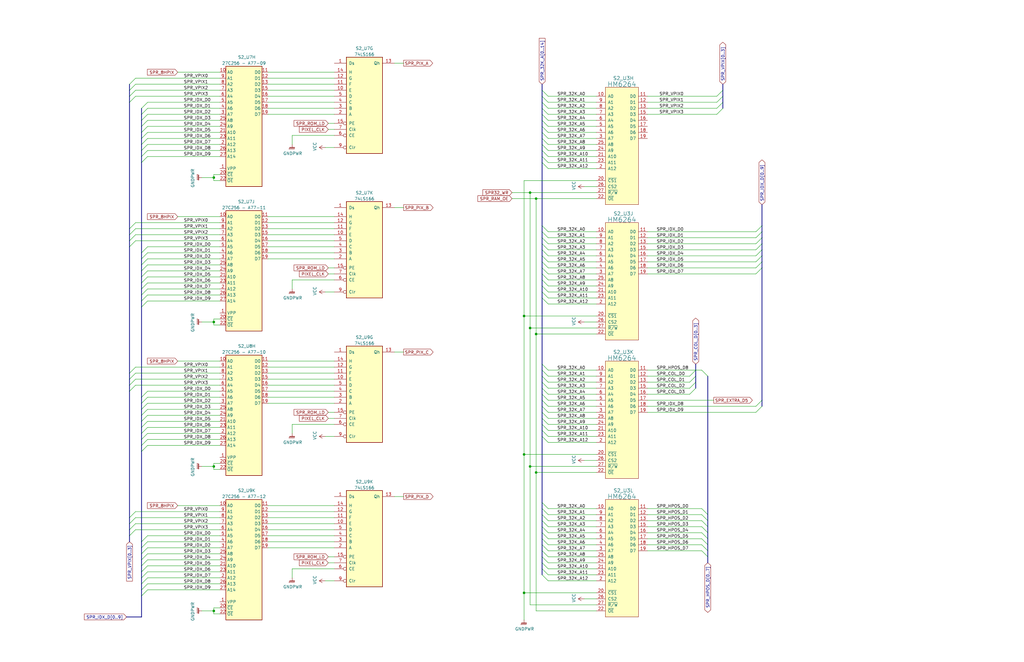
<source format=kicad_sch>
(kicad_sch (version 20211123) (generator eeschema)
  (paper "B")
  (title_block (title "Slapfight Arcade PCB") (company "Schematics created by Neil Ward & Anton Gale"))
  (lib_symbols
    (symbol "27C256_1"
      (property "Reference" "U8N" (at 2.0194 29.0998 0))
      (property "Value" "27C256_1" (at 2.0194 26.5629 0))
      (symbol "27C256_1_1_1"
        (rectangle (start -7.62 25.4) (end 7.62 -25.4) (stroke (width 0.254)) (fill (type background)))
        (pin input line (at -10.16 -17.78 0) (length 2.54) (name "VPP") (number "1"))
        (pin input line (at -10.16 22.86 0) (length 2.54) (name "A0") (number "10"))
        (pin tri_state line (at 10.16 22.86 180) (length 2.54) (name "D0") (number "11"))
        (pin tri_state line (at 10.16 20.32 180) (length 2.54) (name "D1") (number "12"))
        (pin tri_state line (at 10.16 17.78 180) (length 2.54) (name "D2") (number "13"))
        (pin power_in line (at 0 -27.94 90) (length 2.54) hide (name "GND") (number "14"))
        (pin tri_state line (at 10.16 15.24 180) (length 2.54) (name "D3") (number "15"))
        (pin tri_state line (at 10.16 12.7 180) (length 2.54) (name "D4") (number "16"))
        (pin tri_state line (at 10.16 10.16 180) (length 2.54) (name "D5") (number "17"))
        (pin tri_state line (at 10.16 7.62 180) (length 2.54) (name "D6") (number "18"))
        (pin tri_state line (at 10.16 5.08 180) (length 2.54) (name "D7") (number "19"))
        (pin input line (at -10.16 -7.62 0) (length 2.54) (name "A12") (number "2"))
        (pin input line (at -10.16 -20.32 0) (length 2.54) (name "~{CE}") (number "20"))
        (pin input line (at -10.16 -2.54 0) (length 2.54) (name "A10") (number "21"))
        (pin input line (at -10.16 -22.86 0) (length 2.54) (name "~{OE}") (number "22"))
        (pin input line (at -10.16 -5.08 0) (length 2.54) (name "A11") (number "23"))
        (pin input line (at -10.16 0 0) (length 2.54) (name "A9") (number "24"))
        (pin input line (at -10.16 2.54 0) (length 2.54) (name "A8") (number "25"))
        (pin input line (at -10.16 -10.16 0) (length 2.54) (name "A13") (number "26"))
        (pin input line (at -10.16 -12.7 0) (length 2.54) (name "A14") (number "27"))
        (pin power_in line (at 0 27.94 270) (length 2.54) hide (name "VCC") (number "28"))
        (pin input line (at -10.16 5.08 0) (length 2.54) (name "A7") (number "3"))
        (pin input line (at -10.16 7.62 0) (length 2.54) (name "A6") (number "4"))
        (pin input line (at -10.16 10.16 0) (length 2.54) (name "A5") (number "5"))
        (pin input line (at -10.16 12.7 0) (length 2.54) (name "A4") (number "6"))
        (pin input line (at -10.16 15.24 0) (length 2.54) (name "A3") (number "7"))
        (pin input line (at -10.16 17.78 0) (length 2.54) (name "A2") (number "8"))
        (pin input line (at -10.16 20.32 0) (length 2.54) (name "A1") (number "9"))
      )
    )
    (symbol "6264SL_1" (pin_names (offset 1.016))
      (property "Reference" "S2_U3J" (at 7.62 3.81 0))
      (property "Value" "6264SL_1" (at 6.985 1.27 0))
      (symbol "6264SL_1_0_0"
        (rectangle (start 0 0) (end 13.97 -49.53) (fill (type background)))
      )
      (symbol "6264SL_1_1_1"
        (pin input line (at -3.81 -3.81 0) (length 3.81) (name "A0") (number "10"))
        (pin input line (at 17.78 -3.81 180) (length 3.81) (name "D0") (number "11"))
        (pin input line (at 17.78 -6.35 180) (length 3.81) (name "D1") (number "12"))
        (pin input line (at 17.78 -8.89 180) (length 3.81) (name "D2") (number "13"))
        (pin input line (at 17.78 -11.43 180) (length 3.81) (name "D3") (number "15"))
        (pin input line (at 17.78 -13.97 180) (length 3.81) (name "D4") (number "16"))
        (pin input line (at 17.78 -16.51 180) (length 3.81) (name "D5") (number "17"))
        (pin input line (at 17.78 -19.05 180) (length 3.81) (name "D6") (number "18"))
        (pin input line (at 17.78 -21.59 180) (length 3.81) (name "D7") (number "19"))
        (pin input line (at -3.81 -34.29 0) (length 3.81) (name "A12") (number "2"))
        (pin input line (at -3.81 -39.37 0) (length 3.81) (name "~{CS1}") (number "20"))
        (pin input line (at -3.81 -29.21 0) (length 3.81) (name "A10") (number "21"))
        (pin input line (at -3.81 -46.99 0) (length 3.81) (name "~{OE}") (number "22"))
        (pin input line (at -3.81 -31.75 0) (length 3.81) (name "A11") (number "23"))
        (pin input line (at -3.81 -26.67 0) (length 3.81) (name "A9") (number "24"))
        (pin input line (at -3.81 -24.13 0) (length 3.81) (name "A8") (number "25"))
        (pin input line (at -3.81 -41.91 0) (length 3.81) (name "CS2") (number "26"))
        (pin input line (at -3.81 -44.45 0) (length 3.81) (name "~{R/W}") (number "27"))
        (pin input line (at -3.81 -21.59 0) (length 3.81) (name "A7") (number "3"))
        (pin input line (at -3.81 -19.05 0) (length 3.81) (name "A6") (number "4"))
        (pin input line (at -3.81 -16.51 0) (length 3.81) (name "A5") (number "5"))
        (pin input line (at -3.81 -13.97 0) (length 3.81) (name "A4") (number "6"))
        (pin input line (at -3.81 -11.43 0) (length 3.81) (name "A3") (number "7"))
        (pin input line (at -3.81 -8.89 0) (length 3.81) (name "A2") (number "8"))
        (pin input line (at -3.81 -6.35 0) (length 3.81) (name "A1") (number "9"))
      )
    )
    (symbol "fujitsu:6264SL" (pin_names (offset 1.016))
      (property "Reference" "U?" (at 6.35 5.08 0))
      (property "Value" "HM6264" (at 1.27 1.27 0))
      (symbol "6264SL_0_0"
        (rectangle (start 0 0) (end 13.97 -49.53) (fill (type background)))
      )
      (symbol "6264SL_1_1"
        (pin input line (at -3.81 -3.81 0) (length 3.81) (name "A0") (number "10"))
        (pin input line (at 17.78 -3.81 180) (length 3.81) (name "D0") (number "11"))
        (pin input line (at 17.78 -6.35 180) (length 3.81) (name "D1") (number "12"))
        (pin input line (at 17.78 -8.89 180) (length 3.81) (name "D2") (number "13"))
        (pin input line (at 17.78 -11.43 180) (length 3.81) (name "D3") (number "15"))
        (pin input line (at 17.78 -13.97 180) (length 3.81) (name "D4") (number "16"))
        (pin input line (at 17.78 -16.51 180) (length 3.81) (name "D5") (number "17"))
        (pin input line (at 17.78 -19.05 180) (length 3.81) (name "D6") (number "18"))
        (pin input line (at 17.78 -21.59 180) (length 3.81) (name "D7") (number "19"))
        (pin input line (at -3.81 -34.29 0) (length 3.81) (name "A12") (number "2"))
        (pin input line (at -3.81 -39.37 0) (length 3.81) (name "~{CS1}") (number "20"))
        (pin input line (at -3.81 -29.21 0) (length 3.81) (name "A10") (number "21"))
        (pin input line (at -3.81 -46.99 0) (length 3.81) (name "~{OE}") (number "22"))
        (pin input line (at -3.81 -31.75 0) (length 3.81) (name "A11") (number "23"))
        (pin input line (at -3.81 -26.67 0) (length 3.81) (name "A9") (number "24"))
        (pin input line (at -3.81 -24.13 0) (length 3.81) (name "A8") (number "25"))
        (pin input line (at -3.81 -41.91 0) (length 3.81) (name "CS2") (number "26"))
        (pin input line (at -3.81 -44.45 0) (length 3.81) (name "~{R/W}") (number "27"))
        (pin input line (at -3.81 -21.59 0) (length 3.81) (name "A7") (number "3"))
        (pin input line (at -3.81 -19.05 0) (length 3.81) (name "A6") (number "4"))
        (pin input line (at -3.81 -16.51 0) (length 3.81) (name "A5") (number "5"))
        (pin input line (at -3.81 -13.97 0) (length 3.81) (name "A4") (number "6"))
        (pin input line (at -3.81 -11.43 0) (length 3.81) (name "A3") (number "7"))
        (pin input line (at -3.81 -8.89 0) (length 3.81) (name "A2") (number "8"))
        (pin input line (at -3.81 -6.35 0) (length 3.81) (name "A1") (number "9"))
      )
    )
    (symbol "jt74:74LS166" (pin_names (offset 1.016))
      (property "Reference" "S2_U7G" (at 0 24.0198 0))
      (property "Value" "74LS166" (at 0 21.4829 0))
      (symbol "74LS166_1_0"
        (pin input line (at -12.7 17.78 0) (length 5.08) (name "Ds") (number "1"))
        (pin input line (at -12.7 6.35 0) (length 5.08) (name "E") (number "10"))
        (pin input line (at -12.7 8.89 0) (length 5.08) (name "F") (number "11"))
        (pin input line (at -12.7 11.43 0) (length 5.08) (name "G") (number "12"))
        (pin output line (at 12.7 17.78 180) (length 5.08) (name "Qh") (number "13"))
        (pin input line (at -12.7 13.97 0) (length 5.08) (name "H") (number "14"))
        (pin input inverted (at -12.7 -7.62 0) (length 5.08) (name "PE") (number "15"))
        (pin power_in line (at 0 20.32 270) (length 5.08) hide (name "VCC") (number "16"))
        (pin input line (at -12.7 -3.81 0) (length 5.08) (name "A") (number "2"))
        (pin input line (at -12.7 -1.27 0) (length 5.08) (name "B") (number "3"))
        (pin input line (at -12.7 1.27 0) (length 5.08) (name "C") (number "4"))
        (pin input line (at -12.7 3.81 0) (length 5.08) (name "D") (number "5"))
        (pin input inverted (at -12.7 -12.7 0) (length 5.08) (name "CE") (number "6"))
        (pin input line (at -12.7 -10.16 0) (length 5.08) (name "Clk") (number "7"))
        (pin power_in line (at 0 -20.32 90) (length 5.08) hide (name "VSS") (number "8"))
        (pin input inverted (at -12.7 -17.78 0) (length 5.08) (name "Clr") (number "9"))
      )
      (symbol "74LS166_1_1"
        (rectangle (start -7.62 20.32) (end 7.62 -20.32) (stroke (width 0.254)) (fill (type background)))
      )
    )
    (symbol "power:GNDPWR" (power) (pin_names (offset 0))
      (property "Value" "GNDPWR" (at 0 -3.302 0))
      (symbol "GNDPWR_0_1"
        (polyline (pts (xy 0 -1.27) (xy 0 0)))
        (polyline (pts (xy -1.016 -1.27) (xy -1.27 -2.032) (xy -1.27 -2.032)) (stroke (width 0.2032)))
        (polyline (pts (xy -0.508 -1.27) (xy -0.762 -2.032) (xy -0.762 -2.032)) (stroke (width 0.2032)))
        (polyline (pts (xy 0 -1.27) (xy -0.254 -2.032) (xy -0.254 -2.032)) (stroke (width 0.2032)))
        (polyline (pts (xy 0.508 -1.27) (xy 0.254 -2.032) (xy 0.254 -2.032)) (stroke (width 0.2032)))
        (polyline (pts (xy 1.016 -1.27) (xy -1.016 -1.27) (xy -1.016 -1.27)) (stroke (width 0.2032)))
        (polyline (pts (xy 1.016 -1.27) (xy 0.762 -2.032) (xy 0.762 -2.032) (xy 0.762 -2.032)) (stroke (width 0.2032)))
      )
      (symbol "GNDPWR_1_1"
        (pin power_in line (at 0 0 270) (length 0) hide (name "GNDPWR") (number "1"))
      )
    )
    (symbol "power:VCC" (power) (pin_names (offset 0))
      (property "Value" "VCC" (at 0 3.81 0))
      (symbol "VCC_0_1"
        (polyline (pts (xy -0.762 1.27) (xy 0 2.54)))
        (polyline (pts (xy 0 0) (xy 0 2.54)))
        (polyline (pts (xy 0 2.54) (xy 0.762 1.27)))
      )
      (symbol "VCC_1_1"
        (pin power_in line (at 0 0 90) (length 0) hide (name "VCC") (number "1"))
      )
    )
  )
  (junction (at 226.06 83.82))
  (junction (at 220.98 191.77))
  (junction (at 223.52 138.43))
  (junction (at 90.17 196.85))
  (junction (at 226.06 199.39))
  (junction (at 90.17 74.93))
  (junction (at 90.17 257.81))
  (junction (at 90.17 135.89))
  (junction (at 220.98 133.35))
  (junction (at 223.52 81.28))
  (junction (at 220.98 250.19))
  (junction (at 226.06 140.97))
  (junction (at 223.52 196.85))
  (bus_entry (at 54.61 40.64) (size 2.54 -2.54))
  (bus_entry (at 62.23 167.64) (size -2.54 2.54))
  (bus_entry (at 62.23 114.3) (size -2.54 2.54))
  (bus_entry (at 228.6 100.33) (size 2.54 2.54))
  (bus_entry (at 62.23 187.96) (size -2.54 2.54))
  (bus_entry (at 228.6 120.65) (size 2.54 2.54))
  (bus_entry (at 62.23 50.8) (size -2.54 2.54))
  (bus_entry (at 228.6 156.21) (size 2.54 2.54))
  (bus_entry (at 295.91 214.63) (size 2.54 2.54))
  (bus_entry (at 318.77 113.03) (size 2.54 -2.54))
  (bus_entry (at 54.61 38.1) (size 2.54 -2.54))
  (bus_entry (at 318.77 115.57) (size 2.54 -2.54))
  (bus_entry (at 62.23 231.14) (size -2.54 2.54))
  (bus_entry (at 62.23 58.42) (size -2.54 2.54))
  (bus_entry (at 62.23 109.22) (size -2.54 2.54))
  (bus_entry (at 54.61 157.48) (size 2.54 -2.54))
  (bus_entry (at 295.91 219.71) (size 2.54 2.54))
  (bus_entry (at 295.91 229.87) (size 2.54 2.54))
  (bus_entry (at 228.6 242.57) (size 2.54 2.54))
  (bus_entry (at 62.23 116.84) (size -2.54 2.54))
  (bus_entry (at 228.6 43.18) (size 2.54 2.54))
  (bus_entry (at 304.8 38.1) (size -2.54 2.54))
  (bus_entry (at 228.6 110.49) (size 2.54 2.54))
  (bus_entry (at 62.23 180.34) (size -2.54 2.54))
  (bus_entry (at 54.61 226.06) (size 2.54 -2.54))
  (bus_entry (at 228.6 224.79) (size 2.54 2.54))
  (bus_entry (at 62.23 182.88) (size -2.54 2.54))
  (bus_entry (at 54.61 35.56) (size 2.54 -2.54))
  (bus_entry (at 62.23 233.68) (size -2.54 2.54))
  (bus_entry (at 62.23 55.88) (size -2.54 2.54))
  (bus_entry (at 54.61 223.52) (size 2.54 -2.54))
  (bus_entry (at 228.6 232.41) (size 2.54 2.54))
  (bus_entry (at 62.23 228.6) (size -2.54 2.54))
  (bus_entry (at 228.6 40.64) (size 2.54 2.54))
  (bus_entry (at 62.23 243.84) (size -2.54 2.54))
  (bus_entry (at 62.23 66.04) (size -2.54 2.54))
  (bus_entry (at 62.23 104.14) (size -2.54 2.54))
  (bus_entry (at 228.6 107.95) (size 2.54 2.54))
  (bus_entry (at 304.8 45.72) (size -2.54 2.54))
  (bus_entry (at 228.6 214.63) (size 2.54 2.54))
  (bus_entry (at 62.23 127) (size -2.54 2.54))
  (bus_entry (at 318.77 173.99) (size 2.54 -2.54))
  (bus_entry (at 295.91 217.17) (size 2.54 2.54))
  (bus_entry (at 62.23 48.26) (size -2.54 2.54))
  (bus_entry (at 228.6 173.99) (size 2.54 2.54))
  (bus_entry (at 62.23 165.1) (size -2.54 2.54))
  (bus_entry (at 290.83 158.75) (size 2.54 -2.54))
  (bus_entry (at 228.6 125.73) (size 2.54 2.54))
  (bus_entry (at 62.23 185.42) (size -2.54 2.54))
  (bus_entry (at 228.6 123.19) (size 2.54 2.54))
  (bus_entry (at 54.61 165.1) (size 2.54 -2.54))
  (bus_entry (at 228.6 240.03) (size 2.54 2.54))
  (bus_entry (at 295.91 222.25) (size 2.54 2.54))
  (bus_entry (at 54.61 160.02) (size 2.54 -2.54))
  (bus_entry (at 228.6 97.79) (size 2.54 2.54))
  (bus_entry (at 228.6 63.5) (size 2.54 2.54))
  (bus_entry (at 54.61 43.18) (size 2.54 -2.54))
  (bus_entry (at 295.91 227.33) (size 2.54 2.54))
  (bus_entry (at 54.61 218.44) (size 2.54 -2.54))
  (bus_entry (at 62.23 106.68) (size -2.54 2.54))
  (bus_entry (at 228.6 66.04) (size 2.54 2.54))
  (bus_entry (at 228.6 113.03) (size 2.54 2.54))
  (bus_entry (at 318.77 107.95) (size 2.54 -2.54))
  (bus_entry (at 318.77 102.87) (size 2.54 -2.54))
  (bus_entry (at 318.77 110.49) (size 2.54 -2.54))
  (bus_entry (at 228.6 53.34) (size 2.54 2.54))
  (bus_entry (at 62.23 43.18) (size -2.54 2.54))
  (bus_entry (at 62.23 53.34) (size -2.54 2.54))
  (bus_entry (at 228.6 219.71) (size 2.54 2.54))
  (bus_entry (at 228.6 217.17) (size 2.54 2.54))
  (bus_entry (at 62.23 248.92) (size -2.54 2.54))
  (bus_entry (at 295.91 156.21) (size 2.54 2.54))
  (bus_entry (at 228.6 229.87) (size 2.54 2.54))
  (bus_entry (at 62.23 63.5) (size -2.54 2.54))
  (bus_entry (at 295.91 224.79) (size 2.54 2.54))
  (bus_entry (at 54.61 104.14) (size 2.54 -2.54))
  (bus_entry (at 228.6 95.25) (size 2.54 2.54))
  (bus_entry (at 62.23 236.22) (size -2.54 2.54))
  (bus_entry (at 228.6 212.09) (size 2.54 2.54))
  (bus_entry (at 62.23 60.96) (size -2.54 2.54))
  (bus_entry (at 228.6 181.61) (size 2.54 2.54))
  (bus_entry (at 62.23 226.06) (size -2.54 2.54))
  (bus_entry (at 318.77 171.45) (size 2.54 -2.54))
  (bus_entry (at 228.6 227.33) (size 2.54 2.54))
  (bus_entry (at 228.6 153.67) (size 2.54 2.54))
  (bus_entry (at 228.6 38.1) (size 2.54 2.54))
  (bus_entry (at 62.23 111.76) (size -2.54 2.54))
  (bus_entry (at 295.91 232.41) (size 2.54 2.54))
  (bus_entry (at 228.6 184.15) (size 2.54 2.54))
  (bus_entry (at 228.6 161.29) (size 2.54 2.54))
  (bus_entry (at 228.6 168.91) (size 2.54 2.54))
  (bus_entry (at 54.61 162.56) (size 2.54 -2.54))
  (bus_entry (at 228.6 50.8) (size 2.54 2.54))
  (bus_entry (at 228.6 222.25) (size 2.54 2.54))
  (bus_entry (at 228.6 68.58) (size 2.54 2.54))
  (bus_entry (at 318.77 97.79) (size 2.54 -2.54))
  (bus_entry (at 62.23 45.72) (size -2.54 2.54))
  (bus_entry (at 290.83 163.83) (size 2.54 -2.54))
  (bus_entry (at 62.23 170.18) (size -2.54 2.54))
  (bus_entry (at 228.6 45.72) (size 2.54 2.54))
  (bus_entry (at 228.6 158.75) (size 2.54 2.54))
  (bus_entry (at 228.6 115.57) (size 2.54 2.54))
  (bus_entry (at 62.23 177.8) (size -2.54 2.54))
  (bus_entry (at 228.6 58.42) (size 2.54 2.54))
  (bus_entry (at 62.23 246.38) (size -2.54 2.54))
  (bus_entry (at 54.61 101.6) (size 2.54 -2.54))
  (bus_entry (at 228.6 166.37) (size 2.54 2.54))
  (bus_entry (at 62.23 119.38) (size -2.54 2.54))
  (bus_entry (at 62.23 238.76) (size -2.54 2.54))
  (bus_entry (at 304.8 40.64) (size -2.54 2.54))
  (bus_entry (at 228.6 171.45) (size 2.54 2.54))
  (bus_entry (at 318.77 100.33) (size 2.54 -2.54))
  (bus_entry (at 228.6 237.49) (size 2.54 2.54))
  (bus_entry (at 228.6 55.88) (size 2.54 2.54))
  (bus_entry (at 290.83 166.37) (size 2.54 -2.54))
  (bus_entry (at 228.6 105.41) (size 2.54 2.54))
  (bus_entry (at 54.61 96.52) (size 2.54 -2.54))
  (bus_entry (at 228.6 102.87) (size 2.54 2.54))
  (bus_entry (at 304.8 43.18) (size -2.54 2.54))
  (bus_entry (at 62.23 124.46) (size -2.54 2.54))
  (bus_entry (at 228.6 179.07) (size 2.54 2.54))
  (bus_entry (at 54.61 220.98) (size 2.54 -2.54))
  (bus_entry (at 228.6 48.26) (size 2.54 2.54))
  (bus_entry (at 290.83 161.29) (size 2.54 -2.54))
  (bus_entry (at 62.23 172.72) (size -2.54 2.54))
  (bus_entry (at 318.77 105.41) (size 2.54 -2.54))
  (bus_entry (at 54.61 99.06) (size 2.54 -2.54))
  (bus_entry (at 62.23 241.3) (size -2.54 2.54))
  (bus_entry (at 62.23 121.92) (size -2.54 2.54))
  (bus_entry (at 228.6 163.83) (size 2.54 2.54))
  (bus_entry (at 228.6 118.11) (size 2.54 2.54))
  (bus_entry (at 228.6 176.53) (size 2.54 2.54))
  (bus_entry (at 62.23 175.26) (size -2.54 2.54))
  (bus_entry (at 228.6 60.96) (size 2.54 2.54))
  (bus_entry (at 228.6 234.95) (size 2.54 2.54))
  (wire (pts (xy 231.14 113.03) (xy 251.46 113.03)))
  (bus (pts (xy 59.69 48.26) (xy 59.69 50.8)))
  (bus (pts (xy 54.61 43.18) (xy 54.61 96.52)))
  (wire (pts (xy 231.14 63.5) (xy 251.46 63.5)))
  (wire (pts (xy 231.14 222.25) (xy 251.46 222.25)))
  (wire (pts (xy 273.05 105.41) (xy 318.77 105.41)))
  (wire (pts (xy 90.17 137.16) (xy 92.71 137.16)))
  (bus (pts (xy 321.31 105.41) (xy 321.31 102.87)))
  (wire (pts (xy 57.15 223.52) (xy 92.71 223.52)))
  (bus (pts (xy 228.6 58.42) (xy 228.6 60.96)))
  (wire (pts (xy 90.17 135.89) (xy 90.17 137.16)))
  (bus (pts (xy 59.69 243.84) (xy 59.69 246.38)))
  (bus (pts (xy 228.6 125.73) (xy 228.6 153.67)))
  (wire (pts (xy 113.03 104.14) (xy 140.97 104.14)))
  (bus (pts (xy 59.69 177.8) (xy 59.69 180.34)))
  (bus (pts (xy 228.6 68.58) (xy 228.6 95.25)))
  (wire (pts (xy 113.03 40.64) (xy 140.97 40.64)))
  (bus (pts (xy 228.6 100.33) (xy 228.6 102.87)))
  (bus (pts (xy 59.69 50.8) (xy 59.69 53.34)))
  (wire (pts (xy 231.14 227.33) (xy 251.46 227.33)))
  (wire (pts (xy 90.17 259.08) (xy 92.71 259.08)))
  (wire (pts (xy 113.03 35.56) (xy 140.97 35.56)))
  (bus (pts (xy 54.61 220.98) (xy 54.61 223.52)))
  (bus (pts (xy 59.69 246.38) (xy 59.69 248.92)))
  (bus (pts (xy 228.6 217.17) (xy 228.6 219.71)))
  (wire (pts (xy 273.05 97.79) (xy 318.77 97.79)))
  (wire (pts (xy 231.14 125.73) (xy 251.46 125.73)))
  (wire (pts (xy 220.98 133.35) (xy 220.98 191.77)))
  (bus (pts (xy 59.69 231.14) (xy 59.69 233.68)))
  (wire (pts (xy 92.71 226.06) (xy 62.23 226.06)))
  (wire (pts (xy 92.71 45.72) (xy 62.23 45.72)))
  (wire (pts (xy 113.03 167.64) (xy 140.97 167.64)))
  (bus (pts (xy 321.31 102.87) (xy 321.31 100.33)))
  (wire (pts (xy 92.71 119.38) (xy 62.23 119.38)))
  (bus (pts (xy 228.6 110.49) (xy 228.6 113.03)))
  (bus (pts (xy 59.69 233.68) (xy 59.69 236.22)))
  (bus (pts (xy 228.6 214.63) (xy 228.6 217.17)))
  (wire (pts (xy 85.09 74.93) (xy 90.17 74.93)))
  (bus (pts (xy 228.6 168.91) (xy 228.6 171.45)))
  (wire (pts (xy 92.71 127) (xy 62.23 127)))
  (wire (pts (xy 273.05 107.95) (xy 318.77 107.95)))
  (wire (pts (xy 90.17 195.58) (xy 90.17 196.85)))
  (bus (pts (xy 59.69 121.92) (xy 59.69 124.46)))
  (wire (pts (xy 92.71 66.04) (xy 62.23 66.04)))
  (wire (pts (xy 85.09 135.89) (xy 90.17 135.89)))
  (wire (pts (xy 273.05 102.87) (xy 318.77 102.87)))
  (wire (pts (xy 215.9 83.82) (xy 226.06 83.82)))
  (wire (pts (xy 113.03 154.94) (xy 140.97 154.94)))
  (wire (pts (xy 92.71 241.3) (xy 62.23 241.3)))
  (wire (pts (xy 166.37 87.63) (xy 170.18 87.63)))
  (wire (pts (xy 226.06 199.39) (xy 251.46 199.39)))
  (wire (pts (xy 92.71 30.48) (xy 74.93 30.48)))
  (wire (pts (xy 92.71 243.84) (xy 62.23 243.84)))
  (bus (pts (xy 228.6 107.95) (xy 228.6 110.49)))
  (wire (pts (xy 123.19 118.11) (xy 140.97 118.11)))
  (wire (pts (xy 226.06 199.39) (xy 226.06 257.81)))
  (bus (pts (xy 59.69 236.22) (xy 59.69 238.76)))
  (wire (pts (xy 231.14 55.88) (xy 251.46 55.88)))
  (bus (pts (xy 54.61 96.52) (xy 54.61 99.06)))
  (wire (pts (xy 113.03 43.18) (xy 140.97 43.18)))
  (wire (pts (xy 273.05 166.37) (xy 290.83 166.37)))
  (bus (pts (xy 59.69 119.38) (xy 59.69 121.92)))
  (wire (pts (xy 92.71 116.84) (xy 62.23 116.84)))
  (wire (pts (xy 90.17 134.62) (xy 90.17 135.89)))
  (bus (pts (xy 228.6 234.95) (xy 228.6 237.49)))
  (wire (pts (xy 231.14 66.04) (xy 251.46 66.04)))
  (wire (pts (xy 113.03 93.98) (xy 140.97 93.98)))
  (wire (pts (xy 223.52 196.85) (xy 251.46 196.85)))
  (bus (pts (xy 228.6 219.71) (xy 228.6 222.25)))
  (wire (pts (xy 231.14 237.49) (xy 251.46 237.49)))
  (wire (pts (xy 92.71 185.42) (xy 62.23 185.42)))
  (bus (pts (xy 59.69 127) (xy 59.69 129.54)))
  (bus (pts (xy 228.6 166.37) (xy 228.6 168.91)))
  (bus (pts (xy 59.69 68.58) (xy 59.69 106.68)))
  (wire (pts (xy 92.71 43.18) (xy 62.23 43.18)))
  (wire (pts (xy 57.15 160.02) (xy 92.71 160.02)))
  (wire (pts (xy 57.15 38.1) (xy 92.71 38.1)))
  (wire (pts (xy 302.26 45.72) (xy 273.05 45.72)))
  (wire (pts (xy 246.38 194.31) (xy 251.46 194.31)))
  (wire (pts (xy 123.19 240.03) (xy 140.97 240.03)))
  (wire (pts (xy 113.03 170.18) (xy 140.97 170.18)))
  (wire (pts (xy 246.38 78.74) (xy 251.46 78.74)))
  (bus (pts (xy 228.6 173.99) (xy 228.6 176.53)))
  (wire (pts (xy 113.03 106.68) (xy 140.97 106.68)))
  (wire (pts (xy 113.03 162.56) (xy 140.97 162.56)))
  (wire (pts (xy 92.71 104.14) (xy 62.23 104.14)))
  (bus (pts (xy 54.61 40.64) (xy 54.61 43.18)))
  (wire (pts (xy 90.17 74.93) (xy 90.17 76.2)))
  (bus (pts (xy 59.69 63.5) (xy 59.69 66.04)))
  (wire (pts (xy 90.17 198.12) (xy 92.71 198.12)))
  (wire (pts (xy 92.71 53.34) (xy 62.23 53.34)))
  (bus (pts (xy 54.61 165.1) (xy 54.61 218.44)))
  (wire (pts (xy 293.37 156.21) (xy 295.91 156.21)))
  (wire (pts (xy 92.71 63.5) (xy 62.23 63.5)))
  (wire (pts (xy 231.14 110.49) (xy 251.46 110.49)))
  (wire (pts (xy 231.14 158.75) (xy 251.46 158.75)))
  (wire (pts (xy 113.03 160.02) (xy 140.97 160.02)))
  (wire (pts (xy 113.03 228.6) (xy 140.97 228.6)))
  (wire (pts (xy 57.15 157.48) (xy 92.71 157.48)))
  (wire (pts (xy 113.03 109.22) (xy 140.97 109.22)))
  (wire (pts (xy 92.71 236.22) (xy 62.23 236.22)))
  (bus (pts (xy 228.6 43.18) (xy 228.6 45.72)))
  (bus (pts (xy 228.6 163.83) (xy 228.6 166.37)))
  (bus (pts (xy 228.6 38.1) (xy 228.6 40.64)))
  (wire (pts (xy 138.43 176.53) (xy 140.97 176.53)))
  (wire (pts (xy 273.05 227.33) (xy 295.91 227.33)))
  (bus (pts (xy 321.31 113.03) (xy 321.31 168.91)))
  (wire (pts (xy 166.37 26.67) (xy 170.18 26.67)))
  (wire (pts (xy 273.05 224.79) (xy 295.91 224.79)))
  (bus (pts (xy 321.31 95.25) (xy 321.31 86.36)))
  (wire (pts (xy 231.14 245.11) (xy 251.46 245.11)))
  (wire (pts (xy 251.46 191.77) (xy 220.98 191.77)))
  (bus (pts (xy 54.61 35.56) (xy 54.61 38.1)))
  (wire (pts (xy 92.71 73.66) (xy 90.17 73.66)))
  (wire (pts (xy 220.98 191.77) (xy 220.98 250.19)))
  (wire (pts (xy 113.03 213.36) (xy 140.97 213.36)))
  (wire (pts (xy 113.03 165.1) (xy 140.97 165.1)))
  (wire (pts (xy 92.71 106.68) (xy 62.23 106.68)))
  (wire (pts (xy 231.14 105.41) (xy 251.46 105.41)))
  (wire (pts (xy 273.05 232.41) (xy 295.91 232.41)))
  (wire (pts (xy 92.71 114.3) (xy 62.23 114.3)))
  (wire (pts (xy 273.05 158.75) (xy 290.83 158.75)))
  (bus (pts (xy 59.69 180.34) (xy 59.69 182.88)))
  (wire (pts (xy 113.03 45.72) (xy 140.97 45.72)))
  (wire (pts (xy 138.43 234.95) (xy 140.97 234.95)))
  (wire (pts (xy 138.43 173.99) (xy 140.97 173.99)))
  (wire (pts (xy 231.14 100.33) (xy 251.46 100.33)))
  (wire (pts (xy 231.14 242.57) (xy 251.46 242.57)))
  (wire (pts (xy 137.16 184.15) (xy 140.97 184.15)))
  (wire (pts (xy 92.71 111.76) (xy 62.23 111.76)))
  (bus (pts (xy 293.37 156.21) (xy 293.37 153.67)))
  (bus (pts (xy 54.61 38.1) (xy 54.61 40.64)))
  (bus (pts (xy 321.31 100.33) (xy 321.31 97.79)))
  (wire (pts (xy 123.19 57.15) (xy 123.19 60.96)))
  (wire (pts (xy 57.15 154.94) (xy 92.71 154.94)))
  (bus (pts (xy 59.69 251.46) (xy 59.69 260.35)))
  (wire (pts (xy 220.98 250.19) (xy 220.98 261.62)))
  (wire (pts (xy 251.46 255.27) (xy 223.52 255.27)))
  (wire (pts (xy 231.14 102.87) (xy 251.46 102.87)))
  (bus (pts (xy 228.6 237.49) (xy 228.6 240.03)))
  (wire (pts (xy 92.71 91.44) (xy 74.93 91.44)))
  (bus (pts (xy 54.61 162.56) (xy 54.61 165.1)))
  (bus (pts (xy 228.6 102.87) (xy 228.6 105.41)))
  (bus (pts (xy 304.8 35.56) (xy 304.8 38.1)))
  (bus (pts (xy 59.69 109.22) (xy 59.69 106.68)))
  (bus (pts (xy 59.69 53.34) (xy 59.69 55.88)))
  (wire (pts (xy 231.14 40.64) (xy 251.46 40.64)))
  (wire (pts (xy 251.46 83.82) (xy 226.06 83.82)))
  (wire (pts (xy 92.71 124.46) (xy 62.23 124.46)))
  (wire (pts (xy 273.05 171.45) (xy 318.77 171.45)))
  (wire (pts (xy 57.15 218.44) (xy 92.71 218.44)))
  (wire (pts (xy 231.14 232.41) (xy 251.46 232.41)))
  (bus (pts (xy 298.45 232.41) (xy 298.45 234.95)))
  (bus (pts (xy 59.69 55.88) (xy 59.69 58.42)))
  (wire (pts (xy 231.14 176.53) (xy 251.46 176.53)))
  (bus (pts (xy 59.69 109.22) (xy 59.69 111.76)))
  (wire (pts (xy 92.71 246.38) (xy 62.23 246.38)))
  (wire (pts (xy 231.14 107.95) (xy 251.46 107.95)))
  (bus (pts (xy 228.6 118.11) (xy 228.6 120.65)))
  (wire (pts (xy 90.17 76.2) (xy 92.71 76.2)))
  (wire (pts (xy 113.03 152.4) (xy 140.97 152.4)))
  (bus (pts (xy 228.6 63.5) (xy 228.6 66.04)))
  (bus (pts (xy 228.6 60.96) (xy 228.6 63.5)))
  (wire (pts (xy 92.71 233.68) (xy 62.23 233.68)))
  (bus (pts (xy 54.61 223.52) (xy 54.61 226.06)))
  (wire (pts (xy 223.52 196.85) (xy 223.52 138.43)))
  (wire (pts (xy 92.71 152.4) (xy 74.93 152.4)))
  (bus (pts (xy 228.6 105.41) (xy 228.6 107.95)))
  (bus (pts (xy 228.6 53.34) (xy 228.6 55.88)))
  (wire (pts (xy 273.05 222.25) (xy 295.91 222.25)))
  (wire (pts (xy 231.14 115.57) (xy 251.46 115.57)))
  (bus (pts (xy 321.31 97.79) (xy 321.31 95.25)))
  (wire (pts (xy 57.15 96.52) (xy 92.71 96.52)))
  (wire (pts (xy 231.14 50.8) (xy 251.46 50.8)))
  (bus (pts (xy 293.37 158.75) (xy 293.37 156.21)))
  (bus (pts (xy 304.8 40.64) (xy 304.8 38.1)))
  (wire (pts (xy 273.05 113.03) (xy 318.77 113.03)))
  (wire (pts (xy 137.16 123.19) (xy 140.97 123.19)))
  (wire (pts (xy 302.26 40.64) (xy 273.05 40.64)))
  (wire (pts (xy 231.14 71.12) (xy 251.46 71.12)))
  (wire (pts (xy 92.71 238.76) (xy 62.23 238.76)))
  (wire (pts (xy 273.05 173.99) (xy 318.77 173.99)))
  (wire (pts (xy 231.14 234.95) (xy 251.46 234.95)))
  (wire (pts (xy 226.06 83.82) (xy 226.06 140.97)))
  (wire (pts (xy 273.05 156.21) (xy 293.37 156.21)))
  (bus (pts (xy 54.61 157.48) (xy 54.61 160.02)))
  (wire (pts (xy 231.14 186.69) (xy 251.46 186.69)))
  (bus (pts (xy 228.6 55.88) (xy 228.6 58.42)))
  (wire (pts (xy 226.06 140.97) (xy 226.06 199.39)))
  (wire (pts (xy 215.9 81.28) (xy 223.52 81.28)))
  (bus (pts (xy 54.61 160.02) (xy 54.61 162.56)))
  (bus (pts (xy 321.31 110.49) (xy 321.31 107.95)))
  (wire (pts (xy 223.52 81.28) (xy 251.46 81.28)))
  (bus (pts (xy 321.31 107.95) (xy 321.31 105.41)))
  (wire (pts (xy 220.98 76.2) (xy 251.46 76.2)))
  (bus (pts (xy 228.6 113.03) (xy 228.6 115.57)))
  (bus (pts (xy 59.69 129.54) (xy 59.69 167.64)))
  (wire (pts (xy 92.71 172.72) (xy 62.23 172.72)))
  (bus (pts (xy 59.69 66.04) (xy 59.69 68.58)))
  (wire (pts (xy 113.03 33.02) (xy 140.97 33.02)))
  (wire (pts (xy 123.19 118.11) (xy 123.19 121.92)))
  (bus (pts (xy 293.37 163.83) (xy 293.37 161.29)))
  (wire (pts (xy 231.14 163.83) (xy 251.46 163.83)))
  (wire (pts (xy 113.03 101.6) (xy 140.97 101.6)))
  (bus (pts (xy 298.45 219.71) (xy 298.45 222.25)))
  (wire (pts (xy 92.71 60.96) (xy 62.23 60.96)))
  (bus (pts (xy 304.8 45.72) (xy 304.8 43.18)))
  (bus (pts (xy 59.69 48.26) (xy 59.69 45.72)))
  (bus (pts (xy 228.6 181.61) (xy 228.6 184.15)))
  (wire (pts (xy 57.15 93.98) (xy 92.71 93.98)))
  (bus (pts (xy 59.69 111.76) (xy 59.69 114.3)))
  (wire (pts (xy 223.52 138.43) (xy 251.46 138.43)))
  (wire (pts (xy 223.52 138.43) (xy 223.52 81.28)))
  (wire (pts (xy 92.71 58.42) (xy 62.23 58.42)))
  (wire (pts (xy 231.14 229.87) (xy 251.46 229.87)))
  (bus (pts (xy 228.6 176.53) (xy 228.6 179.07)))
  (bus (pts (xy 228.6 212.09) (xy 228.6 214.63)))
  (bus (pts (xy 321.31 168.91) (xy 321.31 171.45)))
  (wire (pts (xy 123.19 179.07) (xy 140.97 179.07)))
  (wire (pts (xy 85.09 257.81) (xy 90.17 257.81)))
  (bus (pts (xy 59.69 238.76) (xy 59.69 241.3)))
  (wire (pts (xy 138.43 115.57) (xy 140.97 115.57)))
  (bus (pts (xy 54.61 101.6) (xy 54.61 104.14)))
  (wire (pts (xy 57.15 220.98) (xy 92.71 220.98)))
  (bus (pts (xy 59.69 185.42) (xy 59.69 187.96)))
  (wire (pts (xy 92.71 195.58) (xy 90.17 195.58)))
  (wire (pts (xy 85.09 196.85) (xy 90.17 196.85)))
  (wire (pts (xy 92.71 165.1) (xy 62.23 165.1)))
  (wire (pts (xy 231.14 45.72) (xy 251.46 45.72)))
  (bus (pts (xy 228.6 45.72) (xy 228.6 48.26)))
  (wire (pts (xy 90.17 73.66) (xy 90.17 74.93)))
  (bus (pts (xy 59.69 114.3) (xy 59.69 116.84)))
  (wire (pts (xy 92.71 248.92) (xy 62.23 248.92)))
  (wire (pts (xy 231.14 156.21) (xy 251.46 156.21)))
  (wire (pts (xy 92.71 182.88) (xy 62.23 182.88)))
  (wire (pts (xy 220.98 133.35) (xy 220.98 76.2)))
  (bus (pts (xy 321.31 113.03) (xy 321.31 110.49)))
  (wire (pts (xy 231.14 118.11) (xy 251.46 118.11)))
  (wire (pts (xy 113.03 48.26) (xy 140.97 48.26)))
  (wire (pts (xy 137.16 62.23) (xy 140.97 62.23)))
  (wire (pts (xy 92.71 180.34) (xy 62.23 180.34)))
  (wire (pts (xy 231.14 58.42) (xy 251.46 58.42)))
  (wire (pts (xy 113.03 231.14) (xy 140.97 231.14)))
  (wire (pts (xy 57.15 33.02) (xy 92.71 33.02)))
  (wire (pts (xy 231.14 184.15) (xy 251.46 184.15)))
  (wire (pts (xy 138.43 113.03) (xy 140.97 113.03)))
  (wire (pts (xy 92.71 121.92) (xy 62.23 121.92)))
  (wire (pts (xy 231.14 97.79) (xy 251.46 97.79)))
  (wire (pts (xy 166.37 209.55) (xy 170.18 209.55)))
  (bus (pts (xy 298.45 222.25) (xy 298.45 224.79)))
  (wire (pts (xy 273.05 217.17) (xy 295.91 217.17)))
  (wire (pts (xy 113.03 218.44) (xy 140.97 218.44)))
  (wire (pts (xy 57.15 215.9) (xy 92.71 215.9)))
  (bus (pts (xy 59.69 172.72) (xy 59.69 175.26)))
  (wire (pts (xy 123.19 179.07) (xy 123.19 182.88)))
  (wire (pts (xy 113.03 30.48) (xy 140.97 30.48)))
  (wire (pts (xy 231.14 123.19) (xy 251.46 123.19)))
  (wire (pts (xy 92.71 256.54) (xy 90.17 256.54)))
  (wire (pts (xy 113.03 215.9) (xy 140.97 215.9)))
  (bus (pts (xy 59.69 248.92) (xy 59.69 251.46)))
  (wire (pts (xy 223.52 255.27) (xy 223.52 196.85)))
  (wire (pts (xy 231.14 217.17) (xy 251.46 217.17)))
  (wire (pts (xy 231.14 219.71) (xy 251.46 219.71)))
  (bus (pts (xy 228.6 232.41) (xy 228.6 234.95)))
  (wire (pts (xy 231.14 53.34) (xy 251.46 53.34)))
  (wire (pts (xy 273.05 214.63) (xy 295.91 214.63)))
  (bus (pts (xy 54.61 218.44) (xy 54.61 220.98)))
  (bus (pts (xy 228.6 156.21) (xy 228.6 158.75)))
  (wire (pts (xy 231.14 166.37) (xy 251.46 166.37)))
  (bus (pts (xy 228.6 40.64) (xy 228.6 43.18)))
  (wire (pts (xy 246.38 252.73) (xy 251.46 252.73)))
  (wire (pts (xy 92.71 55.88) (xy 62.23 55.88)))
  (bus (pts (xy 228.6 158.75) (xy 228.6 161.29)))
  (bus (pts (xy 59.69 170.18) (xy 59.69 167.64)))
  (bus (pts (xy 228.6 224.79) (xy 228.6 227.33)))
  (bus (pts (xy 54.61 104.14) (xy 54.61 157.48)))
  (wire (pts (xy 231.14 179.07) (xy 251.46 179.07)))
  (bus (pts (xy 54.61 226.06) (xy 54.61 228.6)))
  (wire (pts (xy 251.46 250.19) (xy 220.98 250.19)))
  (wire (pts (xy 231.14 181.61) (xy 251.46 181.61)))
  (wire (pts (xy 273.05 110.49) (xy 318.77 110.49)))
  (bus (pts (xy 228.6 66.04) (xy 228.6 68.58)))
  (wire (pts (xy 231.14 68.58) (xy 251.46 68.58)))
  (bus (pts (xy 228.6 240.03) (xy 228.6 242.57)))
  (wire (pts (xy 138.43 237.49) (xy 140.97 237.49)))
  (wire (pts (xy 231.14 161.29) (xy 251.46 161.29)))
  (wire (pts (xy 92.71 170.18) (xy 62.23 170.18)))
  (bus (pts (xy 59.69 241.3) (xy 59.69 243.84)))
  (wire (pts (xy 113.03 157.48) (xy 140.97 157.48)))
  (wire (pts (xy 231.14 173.99) (xy 251.46 173.99)))
  (bus (pts (xy 59.69 175.26) (xy 59.69 177.8)))
  (bus (pts (xy 228.6 97.79) (xy 228.6 100.33)))
  (wire (pts (xy 92.71 231.14) (xy 62.23 231.14)))
  (wire (pts (xy 113.03 220.98) (xy 140.97 220.98)))
  (wire (pts (xy 231.14 48.26) (xy 251.46 48.26)))
  (wire (pts (xy 273.05 100.33) (xy 318.77 100.33)))
  (wire (pts (xy 231.14 120.65) (xy 251.46 120.65)))
  (bus (pts (xy 59.69 182.88) (xy 59.69 185.42)))
  (bus (pts (xy 298.45 227.33) (xy 298.45 229.87)))
  (bus (pts (xy 228.6 184.15) (xy 228.6 212.09)))
  (wire (pts (xy 113.03 91.44) (xy 140.97 91.44)))
  (wire (pts (xy 231.14 240.03) (xy 251.46 240.03)))
  (wire (pts (xy 138.43 54.61) (xy 140.97 54.61)))
  (bus (pts (xy 228.6 115.57) (xy 228.6 118.11)))
  (wire (pts (xy 92.71 177.8) (xy 62.23 177.8)))
  (wire (pts (xy 92.71 48.26) (xy 62.23 48.26)))
  (wire (pts (xy 273.05 161.29) (xy 290.83 161.29)))
  (bus (pts (xy 228.6 123.19) (xy 228.6 125.73)))
  (bus (pts (xy 228.6 38.1) (xy 228.6 35.56)))
  (wire (pts (xy 90.17 196.85) (xy 90.17 198.12)))
  (wire (pts (xy 57.15 99.06) (xy 92.71 99.06)))
  (bus (pts (xy 59.69 116.84) (xy 59.69 119.38)))
  (wire (pts (xy 302.26 43.18) (xy 273.05 43.18)))
  (bus (pts (xy 228.6 222.25) (xy 228.6 224.79)))
  (wire (pts (xy 92.71 134.62) (xy 90.17 134.62)))
  (wire (pts (xy 57.15 35.56) (xy 92.71 35.56)))
  (wire (pts (xy 273.05 168.91) (xy 300.99 168.91)))
  (wire (pts (xy 231.14 60.96) (xy 251.46 60.96)))
  (wire (pts (xy 92.71 109.22) (xy 62.23 109.22)))
  (bus (pts (xy 228.6 48.26) (xy 228.6 50.8)))
  (wire (pts (xy 137.16 245.11) (xy 140.97 245.11)))
  (bus (pts (xy 298.45 217.17) (xy 298.45 219.71)))
  (wire (pts (xy 273.05 163.83) (xy 290.83 163.83)))
  (wire (pts (xy 220.98 133.35) (xy 251.46 133.35)))
  (bus (pts (xy 228.6 120.65) (xy 228.6 123.19)))
  (wire (pts (xy 57.15 101.6) (xy 92.71 101.6)))
  (wire (pts (xy 166.37 148.59) (xy 170.18 148.59)))
  (bus (pts (xy 59.69 187.96) (xy 59.69 190.5)))
  (wire (pts (xy 273.05 115.57) (xy 318.77 115.57)))
  (bus (pts (xy 228.6 179.07) (xy 228.6 181.61)))
  (bus (pts (xy 228.6 227.33) (xy 228.6 229.87)))
  (wire (pts (xy 92.71 50.8) (xy 62.23 50.8)))
  (bus (pts (xy 59.69 58.42) (xy 59.69 60.96)))
  (bus (pts (xy 59.69 60.96) (xy 59.69 63.5)))
  (wire (pts (xy 226.06 140.97) (xy 251.46 140.97)))
  (wire (pts (xy 231.14 168.91) (xy 251.46 168.91)))
  (wire (pts (xy 226.06 257.81) (xy 251.46 257.81)))
  (wire (pts (xy 113.03 226.06) (xy 140.97 226.06)))
  (wire (pts (xy 92.71 175.26) (xy 62.23 175.26)))
  (wire (pts (xy 231.14 43.18) (xy 251.46 43.18)))
  (wire (pts (xy 113.03 38.1) (xy 140.97 38.1)))
  (bus (pts (xy 228.6 161.29) (xy 228.6 163.83)))
  (bus (pts (xy 59.69 170.18) (xy 59.69 172.72)))
  (bus (pts (xy 59.69 124.46) (xy 59.69 127)))
  (bus (pts (xy 298.45 224.79) (xy 298.45 227.33)))
  (wire (pts (xy 231.14 171.45) (xy 251.46 171.45)))
  (wire (pts (xy 92.71 167.64) (xy 62.23 167.64)))
  (wire (pts (xy 123.19 240.03) (xy 123.19 243.84)))
  (bus (pts (xy 298.45 234.95) (xy 298.45 237.49)))
  (bus (pts (xy 228.6 50.8) (xy 228.6 53.34)))
  (bus (pts (xy 298.45 158.75) (xy 298.45 217.17)))
  (bus (pts (xy 54.61 99.06) (xy 54.61 101.6)))
  (bus (pts (xy 59.69 231.14) (xy 59.69 228.6)))
  (wire (pts (xy 246.38 135.89) (xy 251.46 135.89)))
  (wire (pts (xy 302.26 48.26) (xy 273.05 48.26)))
  (wire (pts (xy 231.14 224.79) (xy 251.46 224.79)))
  (wire (pts (xy 92.71 187.96) (xy 62.23 187.96)))
  (wire (pts (xy 231.14 128.27) (xy 251.46 128.27)))
  (wire (pts (xy 57.15 40.64) (xy 92.71 40.64)))
  (wire (pts (xy 57.15 162.56) (xy 92.71 162.56)))
  (bus (pts (xy 228.6 153.67) (xy 228.6 156.21)))
  (bus (pts (xy 228.6 95.25) (xy 228.6 97.79)))
  (wire (pts (xy 92.71 228.6) (xy 62.23 228.6)))
  (wire (pts (xy 90.17 257.81) (xy 90.17 259.08)))
  (wire (pts (xy 90.17 256.54) (xy 90.17 257.81)))
  (wire (pts (xy 138.43 52.07) (xy 140.97 52.07)))
  (bus (pts (xy 228.6 229.87) (xy 228.6 232.41)))
  (wire (pts (xy 113.03 99.06) (xy 140.97 99.06)))
  (bus (pts (xy 59.69 190.5) (xy 59.69 228.6)))
  (bus (pts (xy 304.8 43.18) (xy 304.8 40.64)))
  (bus (pts (xy 228.6 171.45) (xy 228.6 173.99)))
  (wire (pts (xy 231.14 214.63) (xy 251.46 214.63)))
  (bus (pts (xy 298.45 229.87) (xy 298.45 232.41)))
  (wire (pts (xy 123.19 57.15) (xy 140.97 57.15)))
  (wire (pts (xy 273.05 219.71) (xy 295.91 219.71)))
  (wire (pts (xy 92.71 213.36) (xy 74.93 213.36)))
  (bus (pts (xy 53.34 260.35) (xy 59.69 260.35)))
  (bus (pts (xy 293.37 158.75) (xy 293.37 161.29)))
  (wire (pts (xy 273.05 229.87) (xy 295.91 229.87)))
  (wire (pts (xy 113.03 223.52) (xy 140.97 223.52)))
  (wire (pts (xy 113.03 96.52) (xy 140.97 96.52)))
  (label "SPR_IDX_D4" (at 88.9 175.26 180))
  (label "SPR_32K_A3" (at 234.95 163.83 0))
  (label "SPR_IDX_D4" (at 276.86 107.95 0))
  (label "SPR_HPOS_D3" (at 276.86 222.25 0))
  (label "SPR_HPOS_D4" (at 276.86 224.79 0))
  (label "SPR_IDX_D8" (at 88.9 124.46 180))
  (label "SPR_IDX_D8" (at 276.86 171.45 0))
  (label "SPR_VPIX2" (at 77.47 160.02 0))
  (label "SPR_COL_D1" (at 276.86 161.29 0))
  (label "SPR_IDX_D5" (at 88.9 238.76 180))
  (label "SPR_IDX_D2" (at 88.9 48.26 180))
  (label "SPR_VPIX0" (at 288.29 40.64 180))
  (label "SPR_IDX_D0" (at 276.86 97.79 0))
  (label "SPR_IDX_D8" (at 88.9 246.38 180))
  (label "SPR_32K_A12" (at 234.95 128.27 0))
  (label "SPR_32K_A11" (at 234.95 68.58 0))
  (label "SPR_HPOS_D7" (at 276.86 232.41 0))
  (label "SPR_IDX_D7" (at 88.9 182.88 180))
  (label "SPR_32K_A11" (at 234.95 242.57 0))
  (label "SPR_IDX_D6" (at 88.9 241.3 180))
  (label "SPR_IDX_D9" (at 88.9 66.04 180))
  (label "SPR_IDX_D4" (at 88.9 114.3 180))
  (label "SPR_32K_A7" (at 234.95 115.57 0))
  (label "SPR_VPIX3" (at 77.47 101.6 0))
  (label "SPR_32K_A6" (at 234.95 113.03 0))
  (label "SPR_IDX_D4" (at 88.9 236.22 180))
  (label "SPR_IDX_D3" (at 88.9 111.76 180))
  (label "SPR_IDX_D2" (at 88.9 109.22 180))
  (label "SPR_32K_A11" (at 234.95 125.73 0))
  (label "SPR_HPOS_D2" (at 276.86 219.71 0))
  (label "SPR_32K_A8" (at 234.95 176.53 0))
  (label "SPR_VPIX0" (at 77.47 93.98 0))
  (label "SPR_VPIX0" (at 77.47 154.94 0))
  (label "SPR_32K_A1" (at 234.95 217.17 0))
  (label "SPR_32K_A2" (at 234.95 219.71 0))
  (label "SPR_32K_A5" (at 234.95 168.91 0))
  (label "SPR_32K_A6" (at 234.95 229.87 0))
  (label "SPR_32K_A9" (at 234.95 63.5 0))
  (label "SPR_IDX_D3" (at 88.9 172.72 180))
  (label "SPR_IDX_D6" (at 88.9 119.38 180))
  (label "SPR_32K_A3" (at 234.95 222.25 0))
  (label "SPR_32K_A3" (at 234.95 48.26 0))
  (label "SPR_32K_A7" (at 234.95 173.99 0))
  (label "SPR_VPIX3" (at 77.47 223.52 0))
  (label "SPR_IDX_D0" (at 88.9 226.06 180))
  (label "SPR_VPIX3" (at 288.29 48.26 180))
  (label "SPR_IDX_D7" (at 276.86 115.57 0))
  (label "SPR_32K_A8" (at 234.95 118.11 0))
  (label "SPR_32K_A1" (at 234.95 43.18 0))
  (label "SPR_32K_A9" (at 234.95 179.07 0))
  (label "SPR_IDX_D9" (at 276.86 173.99 0))
  (label "SPR_IDX_D6" (at 276.86 113.03 0))
  (label "SPR_IDX_D9" (at 88.9 248.92 180))
  (label "SPR_IDX_D9" (at 88.9 187.96 180))
  (label "SPR_32K_A8" (at 234.95 234.95 0))
  (label "SPR_32K_A10" (at 234.95 181.61 0))
  (label "SPR_VPIX3" (at 77.47 162.56 0))
  (label "SPR_32K_A6" (at 234.95 55.88 0))
  (label "SPR_32K_A0" (at 234.95 97.79 0))
  (label "SPR_VPIX2" (at 77.47 99.06 0))
  (label "SPR_IDX_D7" (at 88.9 243.84 180))
  (label "SPR_IDX_D7" (at 88.9 60.96 180))
  (label "SPR_32K_A2" (at 234.95 102.87 0))
  (label "SPR_IDX_D5" (at 88.9 55.88 180))
  (label "SPR_32K_A10" (at 234.95 66.04 0))
  (label "SPR_IDX_D0" (at 88.9 43.18 180))
  (label "SPR_HPOS_D1" (at 276.86 217.17 0))
  (label "SPR_32K_A5" (at 234.95 227.33 0))
  (label "SPR_HPOS_D5" (at 276.86 227.33 0))
  (label "SPR_IDX_D1" (at 276.86 100.33 0))
  (label "SPR_VPIX1" (at 77.47 157.48 0))
  (label "SPR_IDX_D2" (at 88.9 170.18 180))
  (label "SPR_VPIX2" (at 77.47 38.1 0))
  (label "SPR_VPIX1" (at 288.29 43.18 180))
  (label "SPR_COL_D3" (at 276.86 166.37 0))
  (label "SPR_32K_A12" (at 234.95 186.69 0))
  (label "SPR_32K_A7" (at 234.95 58.42 0))
  (label "SPR_VPIX2" (at 288.29 45.72 180))
  (label "SPR_HPOS_D0" (at 276.86 214.63 0))
  (label "SPR_IDX_D4" (at 88.9 53.34 180))
  (label "SPR_32K_A5" (at 234.95 110.49 0))
  (label "SPR_IDX_D3" (at 276.86 105.41 0))
  (label "SPR_IDX_D1" (at 88.9 45.72 180))
  (label "SPR_IDX_D0" (at 88.9 165.1 180))
  (label "SPR_32K_A8" (at 234.95 60.96 0))
  (label "SPR_HPOS_D8" (at 276.86 156.21 0))
  (label "SPR_VPIX1" (at 77.47 218.44 0))
  (label "SPR_IDX_D5" (at 88.9 116.84 180))
  (label "SPR_IDX_D5" (at 88.9 177.8 180))
  (label "SPR_32K_A9" (at 234.95 237.49 0))
  (label "SPR_32K_A4" (at 234.95 224.79 0))
  (label "SPR_COL_D0" (at 276.86 158.75 0))
  (label "SPR_32K_A1" (at 234.95 100.33 0))
  (label "SPR_32K_A7" (at 234.95 232.41 0))
  (label "SPR_IDX_D1" (at 88.9 106.68 180))
  (label "SPR_IDX_D6" (at 88.9 180.34 180))
  (label "SPR_32K_A10" (at 234.95 123.19 0))
  (label "SPR_IDX_D6" (at 88.9 58.42 180))
  (label "SPR_IDX_D9" (at 88.9 127 180))
  (label "SPR_IDX_D2" (at 88.9 231.14 180))
  (label "SPR_32K_A3" (at 234.95 105.41 0))
  (label "SPR_IDX_D1" (at 88.9 228.6 180))
  (label "SPR_32K_A5" (at 234.95 53.34 0))
  (label "SPR_VPIX0" (at 77.47 215.9 0))
  (label "SPR_VPIX1" (at 77.47 96.52 0))
  (label "SPR_32K_A9" (at 234.95 120.65 0))
  (label "SPR_IDX_D7" (at 88.9 121.92 180))
  (label "SPR_32K_A0" (at 234.95 40.64 0))
  (label "SPR_32K_A0" (at 234.95 156.21 0))
  (label "SPR_IDX_D3" (at 88.9 50.8 180))
  (label "SPR_VPIX0" (at 77.47 33.02 0))
  (label "SPR_32K_A2" (at 234.95 161.29 0))
  (label "SPR_IDX_D0" (at 88.9 104.14 180))
  (label "SPR_HPOS_D6" (at 276.86 229.87 0))
  (label "SPR_IDX_D5" (at 276.86 110.49 0))
  (label "SPR_32K_A0" (at 234.95 214.63 0))
  (label "SPR_32K_A11" (at 234.95 184.15 0))
  (label "SPR_VPIX2" (at 77.47 220.98 0))
  (label "SPR_32K_A10" (at 234.95 240.03 0))
  (label "SPR_32K_A4" (at 234.95 50.8 0))
  (label "SPR_32K_A2" (at 234.95 45.72 0))
  (label "SPR_32K_A12" (at 234.95 245.11 0))
  (label "SPR_IDX_D8" (at 88.9 185.42 180))
  (label "SPR_VPIX1" (at 77.47 35.56 0))
  (label "SPR_VPIX3" (at 77.47 40.64 0))
  (label "SPR_32K_A4" (at 234.95 166.37 0))
  (label "SPR_IDX_D1" (at 88.9 167.64 180))
  (label "SPR_32K_A6" (at 234.95 171.45 0))
  (label "SPR_32K_A1" (at 234.95 158.75 0))
  (label "SPR_32K_A4" (at 234.95 107.95 0))
  (label "SPR_IDX_D3" (at 88.9 233.68 180))
  (label "SPR_32K_A12" (at 234.95 71.12 0))
  (label "SPR_IDX_D8" (at 88.9 63.5 180))
  (label "SPR_IDX_D2" (at 276.86 102.87 0))
  (label "SPR_COL_D2" (at 276.86 163.83 0))
  (global_label "SPR_32K_A[0..14]" (shape input) (at 228.6 35.56 90) (property "Intersheet References" "${INTERSHEET_REFS}" (effects hide)))
  (global_label "SPR_8HPIX" (shape input) (at 74.93 91.44 180) (property "Intersheet References" "${INTERSHEET_REFS}" (effects hide)))
  (global_label "PIXEL_CLK" (shape input) (at 138.43 115.57 180) (property "Intersheet References" "${INTERSHEET_REFS}" (effects hide)))
  (global_label "SPR_VPIX[0..3]" (shape bidirectional) (at 304.8 35.56 90) (property "Intersheet References" "${INTERSHEET_REFS}" (effects hide)))
  (global_label "SPR_8HPIX" (shape input) (at 74.93 30.48 180) (property "Intersheet References" "${INTERSHEET_REFS}" (effects hide)))
  (global_label "SPR_8HPIX" (shape input) (at 74.93 152.4 180) (property "Intersheet References" "${INTERSHEET_REFS}" (effects hide)))
  (global_label "SPR_PIX_D" (shape output) (at 170.18 209.55 0) (property "Intersheet References" "${INTERSHEET_REFS}" (effects hide)))
  (global_label "SPR_ROM_LD" (shape input) (at 138.43 173.99 180) (property "Intersheet References" "${INTERSHEET_REFS}" (effects hide)))
  (global_label "SPR_PIX_B" (shape output) (at 170.18 87.63 0) (property "Intersheet References" "${INTERSHEET_REFS}" (effects hide)))
  (global_label "SPR_PIX_C" (shape output) (at 170.18 148.59 0) (property "Intersheet References" "${INTERSHEET_REFS}" (effects hide)))
  (global_label "PIXEL_CLK" (shape input) (at 138.43 237.49 180) (property "Intersheet References" "${INTERSHEET_REFS}" (effects hide)))
  (global_label "PIXEL_CLK" (shape input) (at 138.43 176.53 180) (property "Intersheet References" "${INTERSHEET_REFS}" (effects hide)))
  (global_label "SPR_IDX_D[0..9]" (shape input) (at 53.34 260.35 180) (property "Intersheet References" "${INTERSHEET_REFS}" (effects hide)))
  (global_label "SPR_VPIX[0..3]" (shape input) (at 54.61 228.6 270) (property "Intersheet References" "${INTERSHEET_REFS}" (effects hide)))
  (global_label "SPR_RAM_OE" (shape input) (at 215.9 83.82 180) (property "Intersheet References" "${INTERSHEET_REFS}" (effects hide)))
  (global_label "SPR_EXTRA_D5" (shape output) (at 300.99 168.91 0) (property "Intersheet References" "${INTERSHEET_REFS}" (effects hide)))
  (global_label "SPR32_WR" (shape input) (at 215.9 81.28 180) (property "Intersheet References" "${INTERSHEET_REFS}" (effects hide)))
  (global_label "SPR_HPOS_D[0..7]" (shape bidirectional) (at 298.45 237.49 270) (property "Intersheet References" "${INTERSHEET_REFS}" (effects hide)))
  (global_label "SPR_ROM_LD" (shape input) (at 138.43 52.07 180) (property "Intersheet References" "${INTERSHEET_REFS}" (effects hide)))
  (global_label "SPR_IDX_D[0..9]" (shape bidirectional) (at 321.31 86.36 90) (property "Intersheet References" "${INTERSHEET_REFS}" (effects hide)))
  (global_label "PIXEL_CLK" (shape input) (at 138.43 54.61 180) (property "Intersheet References" "${INTERSHEET_REFS}" (effects hide)))
  (global_label "SPR_ROM_LD" (shape input) (at 138.43 234.95 180) (property "Intersheet References" "${INTERSHEET_REFS}" (effects hide)))
  (global_label "SPR_PIX_A" (shape output) (at 170.18 26.67 0) (property "Intersheet References" "${INTERSHEET_REFS}" (effects hide)))
  (global_label "SPR_8HPIX" (shape input) (at 74.93 213.36 180) (property "Intersheet References" "${INTERSHEET_REFS}" (effects hide)))
  (global_label "SPR_COL_D[0..3]" (shape bidirectional) (at 293.37 153.67 90) (property "Intersheet References" "${INTERSHEET_REFS}" (effects hide)))
  (global_label "SPR_ROM_LD" (shape input) (at 138.43 113.03 180) (property "Intersheet References" "${INTERSHEET_REFS}" (effects hide)))
  (symbol (lib_id "power:GNDPWR") (at 85.09 74.93 270) (unit 1)
    (property "Reference" "#PWR?" (effects hide))
    (property "Value" "GNDPWR" (at 81.28 71.12 0) (effects (justify left)))
  )
  (symbol (lib_id "power:GNDPWR") (at 85.09 257.81 270) (unit 1)
    (property "Reference" "#PWR?" (effects hide))
    (property "Value" "GNDPWR" (at 81.28 254 0) (effects (justify left)))
  )
  (symbol (lib_id "power:GNDPWR") (at 85.09 196.85 270) (unit 1)
    (property "Reference" "#PWR?" (effects hide))
    (property "Value" "GNDPWR" (at 81.28 193.04 0) (effects (justify left)))
  )
  (symbol (lib_id "jt74:74LS166") (at 153.67 166.37 0) (unit 1)
    (property "Reference" "S2_U9G" (at 153.67 142.3502 0))
    (property "Value" "74LS166" (at 153.67 144.8871 0))
    (property "Datasheet" "http://www.ti.com/lit/gpn/sn74LS166" (effects hide))
  )
  (symbol (lib_id "power:VCC") (at 137.16 123.19 90) (unit 1)
    (property "Reference" "#PWR?" (effects hide))
    (property "Value" "VCC" (at 132.7658 122.809 0))
  )
  (symbol (lib_id "power:GNDPWR") (at 220.98 261.62 0) (unit 1)
    (property "Reference" "#PWR?" (effects hide))
    (property "Value" "GNDPWR" (at 217.17 265.43 0) (effects (justify left)))
  )
  (symbol (lib_id "power:VCC") (at 246.38 78.74 90) (unit 1)
    (property "Reference" "#PWR?" (effects hide))
    (property "Value" "VCC" (at 241.9858 78.359 0))
  )
  (symbol (lib_id "power:VCC") (at 246.38 194.31 90) (unit 1)
    (property "Reference" "#PWR?" (effects hide))
    (property "Value" "VCC" (at 241.9858 193.929 0))
  )
  (symbol (lib_id "jt74:74LS166") (at 153.67 44.45 0) (unit 1)
    (property "Reference" "S2_U7G" (at 153.67 20.4302 0))
    (property "Value" "74LS166" (at 153.67 22.9671 0))
    (property "Datasheet" "http://www.ti.com/lit/gpn/sn74LS166" (effects hide))
  )
  (symbol (lib_id "jt74:74LS166") (at 153.67 227.33 0) (unit 1)
    (property "Reference" "S2_U9K" (at 153.67 203.3102 0))
    (property "Value" "74LS166" (at 153.67 205.8471 0))
    (property "Datasheet" "http://www.ti.com/lit/gpn/sn74LS166" (effects hide))
  )
  (symbol (lib_id "fujitsu:6264SL") (at 255.27 36.83 0) (unit 1)
    (property "Reference" "S2_U3H" (at 262.89 33.02 0) (effects (font (size 1.4986 1.4986))))
    (property "Value" "HM6264" (at 262.255 35.56 0) (effects (font (size 2.0066 2.0066))))
  )
  (symbol (lib_name "27C256_1") (lib_id "Memory_EPROM:27C256") (at 102.87 114.3 0) (unit 1)
    (property "Reference" "S2_U7J" (at 100.33 85.09 0) (effects (justify left)))
    (property "Value" "27C256 - A77-11" (at 102.87 87.63 0))
    (property "Footprint" "Package_DIP:DIP-28_W15.24mm" (effects hide))
    (property "Datasheet" "http://ww1.microchip.com/downloads/en/DeviceDoc/doc0014.pdf" (effects hide))
  )
  (symbol (lib_id "power:VCC") (at 246.38 252.73 90) (unit 1)
    (property "Reference" "#PWR?" (effects hide))
    (property "Value" "VCC" (at 241.9858 252.349 0))
  )
  (symbol (lib_name "6264SL_1") (lib_id "fujitsu:6264SL") (at 255.27 210.82 0) (unit 1)
    (property "Reference" "S2_U3L" (at 262.89 207.01 0) (effects (font (size 1.4986 1.4986))))
    (property "Value" "HM6264" (at 262.255 209.55 0) (effects (font (size 2.0066 2.0066))))
  )
  (symbol (lib_name "27C256_1") (lib_id "Memory_EPROM:27C256") (at 102.87 53.34 0) (unit 1)
    (property "Reference" "S2_U7H" (at 100.33 24.13 0) (effects (justify left)))
    (property "Value" "27C256 - A77-09" (at 102.87 26.67 0))
    (property "Footprint" "Package_DIP:DIP-28_W15.24mm" (effects hide))
    (property "Datasheet" "http://ww1.microchip.com/downloads/en/DeviceDoc/doc0014.pdf" (effects hide))
  )
  (symbol (lib_id "power:GNDPWR") (at 123.19 182.88 0) (unit 1)
    (property "Reference" "#PWR?" (effects hide))
    (property "Value" "GNDPWR" (at 119.38 186.69 0) (effects (justify left)))
  )
  (symbol (lib_id "power:GNDPWR") (at 123.19 121.92 0) (unit 1)
    (property "Reference" "#PWR?" (effects hide))
    (property "Value" "GNDPWR" (at 119.38 125.73 0) (effects (justify left)))
  )
  (symbol (lib_id "jt74:74LS166") (at 153.67 105.41 0) (unit 1)
    (property "Reference" "S2_U7K" (at 153.67 81.3902 0))
    (property "Value" "74LS166" (at 153.67 83.9271 0))
    (property "Datasheet" "http://www.ti.com/lit/gpn/sn74LS166" (effects hide))
  )
  (symbol (lib_id "power:GNDPWR") (at 85.09 135.89 270) (unit 1)
    (property "Reference" "#PWR?" (effects hide))
    (property "Value" "GNDPWR" (at 81.28 132.08 0) (effects (justify left)))
  )
  (symbol (lib_id "power:VCC") (at 246.38 135.89 90) (unit 1)
    (property "Reference" "#PWR?" (effects hide))
    (property "Value" "VCC" (at 241.9858 135.509 0))
  )
  (symbol (lib_id "power:VCC") (at 137.16 62.23 90) (unit 1)
    (property "Reference" "#PWR?" (effects hide))
    (property "Value" "VCC" (at 132.7658 61.849 0))
  )
  (symbol (lib_id "power:VCC") (at 137.16 184.15 90) (unit 1)
    (property "Reference" "#PWR?" (effects hide))
    (property "Value" "VCC" (at 132.7658 183.769 0))
  )
  (symbol (lib_id "power:GNDPWR") (at 123.19 243.84 0) (unit 1)
    (property "Reference" "#PWR?" (effects hide))
    (property "Value" "GNDPWR" (at 119.38 247.65 0) (effects (justify left)))
  )
  (symbol (lib_id "power:GNDPWR") (at 123.19 60.96 0) (unit 1)
    (property "Reference" "#PWR?" (effects hide))
    (property "Value" "GNDPWR" (at 119.38 64.77 0) (effects (justify left)))
  )
  (symbol (lib_name "27C256_1") (lib_id "Memory_EPROM:27C256") (at 102.87 175.26 0) (unit 1)
    (property "Reference" "S2_U8H" (at 100.33 146.05 0) (effects (justify left)))
    (property "Value" "27C256 - A77-10" (at 102.87 148.59 0))
    (property "Footprint" "Package_DIP:DIP-28_W15.24mm" (effects hide))
    (property "Datasheet" "http://ww1.microchip.com/downloads/en/DeviceDoc/doc0014.pdf" (effects hide))
  )
  (symbol (lib_name "6264SL_1") (lib_id "fujitsu:6264SL") (at 255.27 93.98 0) (unit 1)
    (property "Reference" "S2_U3J" (at 262.89 90.17 0) (effects (font (size 1.4986 1.4986))))
    (property "Value" "HM6264" (at 262.255 92.71 0) (effects (font (size 2.0066 2.0066))))
  )
  (symbol (lib_id "power:VCC") (at 137.16 245.11 90) (unit 1)
    (property "Reference" "#PWR?" (effects hide))
    (property "Value" "VCC" (at 132.7658 244.729 0))
  )
  (symbol (lib_name "27C256_1") (lib_id "Memory_EPROM:27C256") (at 102.87 236.22 0) (unit 1)
    (property "Reference" "S2_U9K" (at 100.33 207.01 0) (effects (justify left)))
    (property "Value" "27C256 - A77-12" (at 102.87 209.55 0))
    (property "Footprint" "Package_DIP:DIP-28_W15.24mm" (effects hide))
    (property "Datasheet" "http://ww1.microchip.com/downloads/en/DeviceDoc/doc0014.pdf" (effects hide))
  )
  (symbol (lib_name "6264SL_1") (lib_id "fujitsu:6264SL") (at 255.27 152.4 0) (unit 1)
    (property "Reference" "S2_U3K" (at 262.89 148.59 0) (effects (font (size 1.4986 1.4986))))
    (property "Value" "HM6264" (at 262.255 151.13 0) (effects (font (size 2.0066 2.0066))))
  )
)
</source>
